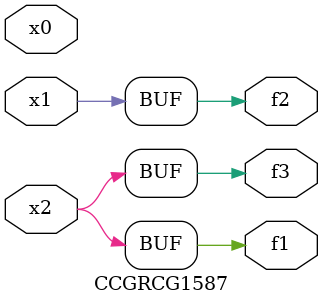
<source format=v>
module CCGRCG1587(
	input x0, x1, x2,
	output f1, f2, f3
);
	assign f1 = x2;
	assign f2 = x1;
	assign f3 = x2;
endmodule

</source>
